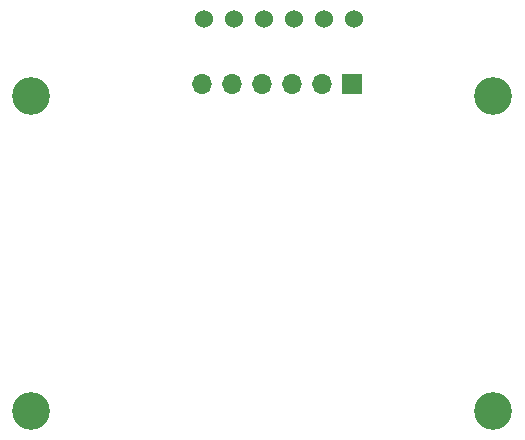
<source format=gbr>
%TF.GenerationSoftware,KiCad,Pcbnew,7.0.9*%
%TF.CreationDate,2024-02-15T22:09:53+01:00*%
%TF.ProjectId,esp32c3,65737033-3263-4332-9e6b-696361645f70,rev?*%
%TF.SameCoordinates,Original*%
%TF.FileFunction,Soldermask,Bot*%
%TF.FilePolarity,Negative*%
%FSLAX46Y46*%
G04 Gerber Fmt 4.6, Leading zero omitted, Abs format (unit mm)*
G04 Created by KiCad (PCBNEW 7.0.9) date 2024-02-15 22:09:53*
%MOMM*%
%LPD*%
G01*
G04 APERTURE LIST*
%ADD10C,3.200000*%
%ADD11R,1.700000X1.700000*%
%ADD12O,1.700000X1.700000*%
%ADD13C,1.524000*%
G04 APERTURE END LIST*
D10*
%TO.C,MH3*%
X172212000Y-93218000D03*
%TD*%
%TO.C,MH3*%
X172212000Y-66548000D03*
%TD*%
%TO.C,MH3*%
X133096000Y-93218000D03*
%TD*%
%TO.C,MH3*%
X133096000Y-66548000D03*
%TD*%
D11*
%TO.C,J1*%
X160274000Y-65532000D03*
D12*
X157734000Y-65532000D03*
X155194000Y-65532000D03*
X152654000Y-65532000D03*
X150114000Y-65532000D03*
X147574000Y-65532000D03*
%TD*%
D13*
%TO.C,U1*%
X160401000Y-60071000D03*
X157861000Y-60071000D03*
X155321000Y-60071000D03*
X152781000Y-60071000D03*
X150241000Y-60071000D03*
X147701000Y-60071000D03*
%TD*%
M02*

</source>
